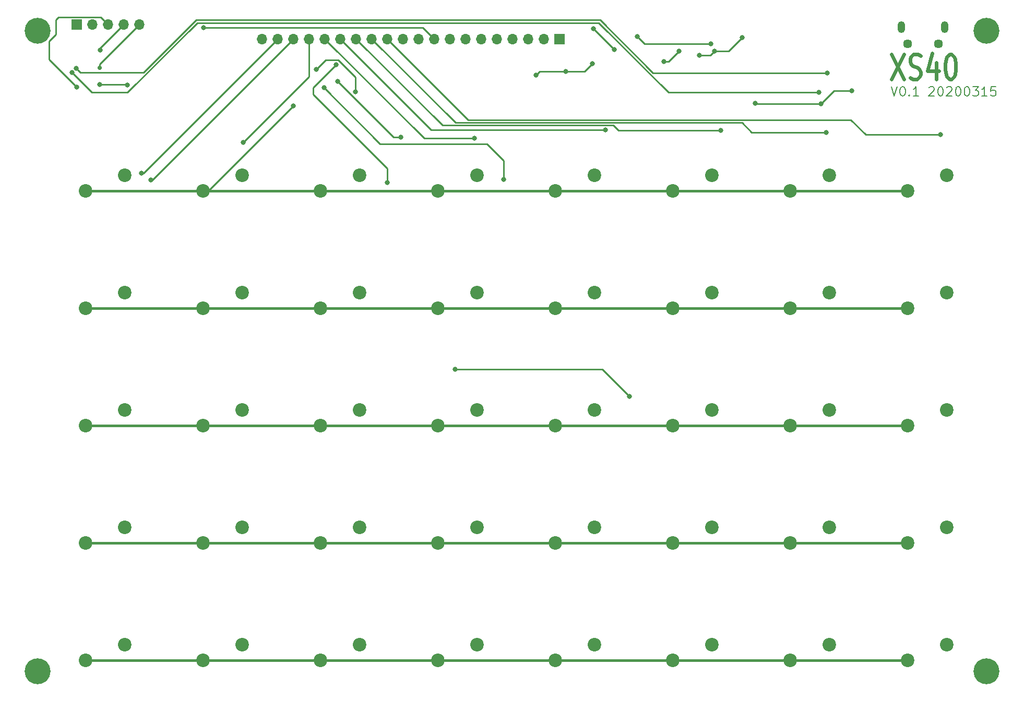
<source format=gbr>
G04 #@! TF.GenerationSoftware,KiCad,Pcbnew,(5.1.5)-3*
G04 #@! TF.CreationDate,2020-03-15T15:33:01+08:00*
G04 #@! TF.ProjectId,XS40,58533430-2e6b-4696-9361-645f70636258,rev?*
G04 #@! TF.SameCoordinates,Original*
G04 #@! TF.FileFunction,Copper,L1,Top*
G04 #@! TF.FilePolarity,Positive*
%FSLAX46Y46*%
G04 Gerber Fmt 4.6, Leading zero omitted, Abs format (unit mm)*
G04 Created by KiCad (PCBNEW (5.1.5)-3) date 2020-03-15 15:33:01*
%MOMM*%
%LPD*%
G04 APERTURE LIST*
%ADD10C,0.200000*%
%ADD11C,0.600000*%
%ADD12O,1.200000X1.900000*%
%ADD13C,1.450000*%
%ADD14O,1.700000X1.700000*%
%ADD15R,1.700000X1.700000*%
%ADD16C,2.200000*%
%ADD17C,4.200000*%
%ADD18C,0.800000*%
%ADD19C,0.700000*%
%ADD20C,0.250000*%
%ADD21C,0.400000*%
G04 APERTURE END LIST*
D10*
X169518131Y-52096931D02*
X170018131Y-53596931D01*
X170518131Y-52096931D01*
X171303845Y-52096931D02*
X171446702Y-52096931D01*
X171589560Y-52168360D01*
X171660988Y-52239788D01*
X171732417Y-52382645D01*
X171803845Y-52668360D01*
X171803845Y-53025502D01*
X171732417Y-53311217D01*
X171660988Y-53454074D01*
X171589560Y-53525502D01*
X171446702Y-53596931D01*
X171303845Y-53596931D01*
X171160988Y-53525502D01*
X171089560Y-53454074D01*
X171018131Y-53311217D01*
X170946702Y-53025502D01*
X170946702Y-52668360D01*
X171018131Y-52382645D01*
X171089560Y-52239788D01*
X171160988Y-52168360D01*
X171303845Y-52096931D01*
X172446702Y-53454074D02*
X172518131Y-53525502D01*
X172446702Y-53596931D01*
X172375274Y-53525502D01*
X172446702Y-53454074D01*
X172446702Y-53596931D01*
X173946702Y-53596931D02*
X173089560Y-53596931D01*
X173518131Y-53596931D02*
X173518131Y-52096931D01*
X173375274Y-52311217D01*
X173232417Y-52454074D01*
X173089560Y-52525502D01*
X175660988Y-52239788D02*
X175732417Y-52168360D01*
X175875274Y-52096931D01*
X176232417Y-52096931D01*
X176375274Y-52168360D01*
X176446702Y-52239788D01*
X176518131Y-52382645D01*
X176518131Y-52525502D01*
X176446702Y-52739788D01*
X175589560Y-53596931D01*
X176518131Y-53596931D01*
X177446702Y-52096931D02*
X177589560Y-52096931D01*
X177732417Y-52168360D01*
X177803845Y-52239788D01*
X177875274Y-52382645D01*
X177946702Y-52668360D01*
X177946702Y-53025502D01*
X177875274Y-53311217D01*
X177803845Y-53454074D01*
X177732417Y-53525502D01*
X177589560Y-53596931D01*
X177446702Y-53596931D01*
X177303845Y-53525502D01*
X177232417Y-53454074D01*
X177160988Y-53311217D01*
X177089560Y-53025502D01*
X177089560Y-52668360D01*
X177160988Y-52382645D01*
X177232417Y-52239788D01*
X177303845Y-52168360D01*
X177446702Y-52096931D01*
X178518131Y-52239788D02*
X178589560Y-52168360D01*
X178732417Y-52096931D01*
X179089560Y-52096931D01*
X179232417Y-52168360D01*
X179303845Y-52239788D01*
X179375274Y-52382645D01*
X179375274Y-52525502D01*
X179303845Y-52739788D01*
X178446702Y-53596931D01*
X179375274Y-53596931D01*
X180303845Y-52096931D02*
X180446702Y-52096931D01*
X180589560Y-52168360D01*
X180660988Y-52239788D01*
X180732417Y-52382645D01*
X180803845Y-52668360D01*
X180803845Y-53025502D01*
X180732417Y-53311217D01*
X180660988Y-53454074D01*
X180589560Y-53525502D01*
X180446702Y-53596931D01*
X180303845Y-53596931D01*
X180160988Y-53525502D01*
X180089560Y-53454074D01*
X180018131Y-53311217D01*
X179946702Y-53025502D01*
X179946702Y-52668360D01*
X180018131Y-52382645D01*
X180089560Y-52239788D01*
X180160988Y-52168360D01*
X180303845Y-52096931D01*
X181732417Y-52096931D02*
X181875274Y-52096931D01*
X182018131Y-52168360D01*
X182089560Y-52239788D01*
X182160988Y-52382645D01*
X182232417Y-52668360D01*
X182232417Y-53025502D01*
X182160988Y-53311217D01*
X182089560Y-53454074D01*
X182018131Y-53525502D01*
X181875274Y-53596931D01*
X181732417Y-53596931D01*
X181589560Y-53525502D01*
X181518131Y-53454074D01*
X181446702Y-53311217D01*
X181375274Y-53025502D01*
X181375274Y-52668360D01*
X181446702Y-52382645D01*
X181518131Y-52239788D01*
X181589560Y-52168360D01*
X181732417Y-52096931D01*
X182732417Y-52096931D02*
X183660988Y-52096931D01*
X183160988Y-52668360D01*
X183375274Y-52668360D01*
X183518131Y-52739788D01*
X183589560Y-52811217D01*
X183660988Y-52954074D01*
X183660988Y-53311217D01*
X183589560Y-53454074D01*
X183518131Y-53525502D01*
X183375274Y-53596931D01*
X182946702Y-53596931D01*
X182803845Y-53525502D01*
X182732417Y-53454074D01*
X185089560Y-53596931D02*
X184232417Y-53596931D01*
X184660988Y-53596931D02*
X184660988Y-52096931D01*
X184518131Y-52311217D01*
X184375274Y-52454074D01*
X184232417Y-52525502D01*
X186446702Y-52096931D02*
X185732417Y-52096931D01*
X185660988Y-52811217D01*
X185732417Y-52739788D01*
X185875274Y-52668360D01*
X186232417Y-52668360D01*
X186375274Y-52739788D01*
X186446702Y-52811217D01*
X186518131Y-52954074D01*
X186518131Y-53311217D01*
X186446702Y-53454074D01*
X186375274Y-53525502D01*
X186232417Y-53596931D01*
X185875274Y-53596931D01*
X185732417Y-53525502D01*
X185660988Y-53454074D01*
D11*
X169567885Y-46856923D02*
X171567885Y-50856923D01*
X171567885Y-46856923D02*
X169567885Y-50856923D01*
X172567885Y-50666447D02*
X172996457Y-50856923D01*
X173710742Y-50856923D01*
X173996457Y-50666447D01*
X174139314Y-50475971D01*
X174282171Y-50095019D01*
X174282171Y-49714066D01*
X174139314Y-49333114D01*
X173996457Y-49142638D01*
X173710742Y-48952161D01*
X173139314Y-48761685D01*
X172853600Y-48571209D01*
X172710742Y-48380733D01*
X172567885Y-47999780D01*
X172567885Y-47618828D01*
X172710742Y-47237876D01*
X172853600Y-47047400D01*
X173139314Y-46856923D01*
X173853600Y-46856923D01*
X174282171Y-47047400D01*
X176853600Y-48190257D02*
X176853600Y-50856923D01*
X176139314Y-46666447D02*
X175425028Y-49523590D01*
X177282171Y-49523590D01*
X178996457Y-46856923D02*
X179282171Y-46856923D01*
X179567885Y-47047400D01*
X179710742Y-47237876D01*
X179853600Y-47618828D01*
X179996457Y-48380733D01*
X179996457Y-49333114D01*
X179853600Y-50095019D01*
X179710742Y-50475971D01*
X179567885Y-50666447D01*
X179282171Y-50856923D01*
X178996457Y-50856923D01*
X178710742Y-50666447D01*
X178567885Y-50475971D01*
X178425028Y-50095019D01*
X178282171Y-49333114D01*
X178282171Y-48380733D01*
X178425028Y-47618828D01*
X178567885Y-47237876D01*
X178710742Y-47047400D01*
X178996457Y-46856923D01*
D12*
X178150400Y-42399700D03*
X171150400Y-42399700D03*
D13*
X177150400Y-45099700D03*
X172150400Y-45099700D03*
D14*
X47523400Y-42021760D03*
X44983400Y-42021760D03*
X42443400Y-42021760D03*
X39903400Y-42021760D03*
D15*
X37363400Y-42021760D03*
D14*
X67462400Y-44353480D03*
X70002400Y-44353480D03*
X72542400Y-44353480D03*
X75082400Y-44353480D03*
X77622400Y-44353480D03*
X80162400Y-44353480D03*
X82702400Y-44353480D03*
X85242400Y-44353480D03*
X87782400Y-44353480D03*
X90322400Y-44353480D03*
X92862400Y-44353480D03*
X95402400Y-44353480D03*
X97942400Y-44353480D03*
X100482400Y-44353480D03*
X103022400Y-44353480D03*
X105562400Y-44353480D03*
X108102400Y-44353480D03*
X110642400Y-44353480D03*
X113182400Y-44353480D03*
D15*
X115722400Y-44353480D03*
D16*
X45186600Y-66497200D03*
X38836600Y-69037200D03*
X57886600Y-69037200D03*
X64236600Y-66497200D03*
X83286600Y-66497200D03*
X76936600Y-69037200D03*
X102336600Y-66497200D03*
X95986600Y-69037200D03*
X121386600Y-66497200D03*
X115036600Y-69037200D03*
X134086600Y-69037200D03*
X140436600Y-66497200D03*
X153136600Y-69037200D03*
X159486600Y-66497200D03*
X172186600Y-69037200D03*
X178536600Y-66497200D03*
X38836600Y-88087200D03*
X45186600Y-85547200D03*
X64236600Y-85547200D03*
X57886600Y-88087200D03*
X83286600Y-85547200D03*
X76936600Y-88087200D03*
X102336600Y-85547200D03*
X95986600Y-88087200D03*
X121386600Y-85547200D03*
X115036600Y-88087200D03*
X134086600Y-88087200D03*
X140436600Y-85547200D03*
X153136600Y-88087200D03*
X159486600Y-85547200D03*
X172186600Y-88087200D03*
X178536600Y-85547200D03*
X45186600Y-104597200D03*
X38836600Y-107137200D03*
X57886600Y-107137200D03*
X64236600Y-104597200D03*
X83286600Y-104597200D03*
X76936600Y-107137200D03*
X102336600Y-104597200D03*
X95986600Y-107137200D03*
X121386600Y-104597200D03*
X115036600Y-107137200D03*
X134086600Y-107137200D03*
X140436600Y-104597200D03*
X153136600Y-107137200D03*
X159486600Y-104597200D03*
X172186600Y-107137200D03*
X178536600Y-104597200D03*
X38836600Y-126187200D03*
X45186600Y-123647200D03*
X64236600Y-123647200D03*
X57886600Y-126187200D03*
X83286600Y-123647200D03*
X76936600Y-126187200D03*
X102336600Y-123647200D03*
X95986600Y-126187200D03*
X121386600Y-123647200D03*
X115036600Y-126187200D03*
X134086600Y-126187200D03*
X140436600Y-123647200D03*
X153136600Y-126187200D03*
X159486600Y-123647200D03*
X172186600Y-126187200D03*
X178536600Y-123647200D03*
X45186600Y-142697200D03*
X38836600Y-145237200D03*
X57886600Y-145237200D03*
X64236600Y-142697200D03*
X83286600Y-142697200D03*
X76936600Y-145237200D03*
X102336600Y-142697200D03*
X95986600Y-145237200D03*
X121386600Y-142697200D03*
X115036600Y-145237200D03*
X134086600Y-145237200D03*
X140436600Y-142697200D03*
X153136600Y-145237200D03*
X159486600Y-142697200D03*
X172186600Y-145237200D03*
X178536600Y-142697200D03*
D17*
X31000000Y-43000000D03*
X185000000Y-147000000D03*
X31000000Y-147000000D03*
X185000000Y-43000000D03*
D18*
X158109920Y-54833520D03*
X163113720Y-52740560D03*
X163113720Y-52740560D03*
X147497800Y-54747160D03*
X116728240Y-49626520D03*
X121061480Y-48351440D03*
X111881920Y-50220880D03*
X132643880Y-48011080D03*
X135128000Y-46324520D03*
X138363960Y-46959520D03*
X140827760Y-46304200D03*
X145323560Y-44079160D03*
X47856600Y-66164000D03*
X49448720Y-67243960D03*
X64417761Y-61129359D03*
X101875141Y-60486739D03*
X123136660Y-59103260D03*
X141828520Y-59202320D03*
X41184800Y-46177200D03*
X158976060Y-59499500D03*
X177483321Y-59894919D03*
D19*
X41076880Y-49062640D03*
D18*
X72547480Y-55239920D03*
X87741760Y-67624960D03*
X79491413Y-48493253D03*
X37363400Y-52141120D03*
X57993280Y-42473880D03*
X77510640Y-52283360D03*
X106613960Y-67122040D03*
X79730600Y-51231800D03*
X89976960Y-60325000D03*
X98795840Y-97993200D03*
X127025400Y-102372160D03*
X41081960Y-51755040D03*
X45623480Y-51780440D03*
X76220320Y-49296320D03*
X82595720Y-52928520D03*
X128320800Y-43931840D03*
X140268960Y-45130720D03*
X121249440Y-42707560D03*
X124571760Y-46080680D03*
X36588797Y-49791396D03*
X157749240Y-53025040D03*
X37314400Y-49103280D03*
X159136080Y-49830160D03*
D20*
X160202880Y-52740560D02*
X158109920Y-54833520D01*
X163113720Y-52740560D02*
X160202880Y-52740560D01*
X158109920Y-54833520D02*
X147584160Y-54833520D01*
X147584160Y-54833520D02*
X147497800Y-54747160D01*
X116728240Y-49626520D02*
X119786400Y-49626520D01*
X119786400Y-49626520D02*
X121061480Y-48351440D01*
X116728240Y-49626520D02*
X112476280Y-49626520D01*
X112476280Y-49626520D02*
X111881920Y-50220880D01*
X132643880Y-48011080D02*
X133441440Y-48011080D01*
X133441440Y-48011080D02*
X135128000Y-46324520D01*
X138363960Y-46959520D02*
X140172440Y-46959520D01*
X140172440Y-46959520D02*
X140827760Y-46304200D01*
X140827760Y-46304200D02*
X143098520Y-46304200D01*
X143098520Y-46304200D02*
X145323560Y-44079160D01*
X48191880Y-66164000D02*
X47856600Y-66164000D01*
X70002400Y-44353480D02*
X48191880Y-66164000D01*
X72542400Y-44353480D02*
X49651920Y-67243960D01*
X49651920Y-67243960D02*
X49448720Y-67243960D01*
X75082400Y-50464720D02*
X64417761Y-61129359D01*
X75082400Y-44353480D02*
X75082400Y-50464720D01*
X77622400Y-44353480D02*
X93755659Y-60486739D01*
X93755659Y-60486739D02*
X101875141Y-60486739D01*
X94912180Y-59103260D02*
X123136660Y-59103260D01*
X80162400Y-44353480D02*
X94912180Y-59103260D01*
X96727179Y-58378259D02*
X124433499Y-58378259D01*
X82702400Y-44353480D02*
X96727179Y-58378259D01*
X124433499Y-58378259D02*
X125257560Y-59202320D01*
X125257560Y-59202320D02*
X141828520Y-59202320D01*
X44983400Y-42021760D02*
X41184800Y-45820360D01*
X41184800Y-45820360D02*
X41184800Y-46177200D01*
X98817169Y-57928249D02*
X145314409Y-57928249D01*
X85242400Y-44353480D02*
X98817169Y-57928249D01*
X146885660Y-59499500D02*
X158976060Y-59499500D01*
X145314409Y-57928249D02*
X146885660Y-59499500D01*
X100907160Y-57478240D02*
X162949200Y-57478240D01*
X87782400Y-44353480D02*
X100907160Y-57478240D01*
X162949200Y-57478240D02*
X165365879Y-59894919D01*
X165365879Y-59894919D02*
X177483321Y-59894919D01*
X47523400Y-42267040D02*
X47523400Y-42021760D01*
X41076880Y-48468280D02*
X41076880Y-49062640D01*
X47523400Y-42021760D02*
X41076880Y-48468280D01*
D21*
X38836600Y-69037200D02*
X172186600Y-69037200D01*
D20*
X58750200Y-69037200D02*
X57886600Y-69037200D01*
X72547480Y-55239920D02*
X58750200Y-69037200D01*
D21*
X38836600Y-88087200D02*
X172186600Y-88087200D01*
D20*
X87741760Y-65403358D02*
X75707240Y-53368838D01*
X87741760Y-67624960D02*
X87741760Y-65403358D01*
X75707240Y-53368838D02*
X75707240Y-52277426D01*
X75707240Y-52277426D02*
X79491413Y-48493253D01*
D21*
X38836600Y-107137200D02*
X172186600Y-107137200D01*
D20*
X37363400Y-52141120D02*
X32867600Y-47645320D01*
X32867600Y-44721402D02*
X33985200Y-43603802D01*
X32867600Y-47645320D02*
X32867600Y-44721402D01*
X41268399Y-40846759D02*
X41593401Y-41171761D01*
X41593401Y-41171761D02*
X42443400Y-42021760D01*
X33985200Y-41269920D02*
X34408361Y-40846759D01*
X34408361Y-40846759D02*
X41268399Y-40846759D01*
X33985200Y-43603802D02*
X33985200Y-41269920D01*
X95402400Y-44353480D02*
X93522800Y-42473880D01*
X93522800Y-42473880D02*
X57993280Y-42473880D01*
D21*
X38836600Y-126187200D02*
X172186600Y-126187200D01*
D20*
X77510640Y-52283360D02*
X86598760Y-61371480D01*
X86598760Y-61371480D02*
X103921560Y-61371480D01*
X103921560Y-61371480D02*
X106613960Y-64063880D01*
X106613960Y-64063880D02*
X106613960Y-67122040D01*
D21*
X63916602Y-145237200D02*
X172186600Y-145237200D01*
X38836600Y-145237200D02*
X63916602Y-145237200D01*
D20*
X79730600Y-51231800D02*
X88823800Y-60325000D01*
X88823800Y-60325000D02*
X89976960Y-60325000D01*
X98795840Y-97993200D02*
X122646440Y-97993200D01*
X122646440Y-97993200D02*
X127025400Y-102372160D01*
X41081960Y-51755040D02*
X45598080Y-51755040D01*
X45598080Y-51755040D02*
X45623480Y-51780440D01*
X79839414Y-47768252D02*
X82595720Y-50524558D01*
X82595720Y-50524558D02*
X82595720Y-52928520D01*
X76220320Y-49296320D02*
X77748388Y-47768252D01*
X77748388Y-47768252D02*
X79839414Y-47768252D01*
X128320800Y-43931840D02*
X129519680Y-45130720D01*
X129519680Y-45130720D02*
X140268960Y-45130720D01*
X121249440Y-42707560D02*
X124571760Y-46029880D01*
X124571760Y-46029880D02*
X124571760Y-46080680D01*
X36588797Y-49791396D02*
X39822441Y-53025040D01*
X39822441Y-53025040D02*
X45640130Y-53025040D01*
X45640130Y-53025040D02*
X56955400Y-41709770D01*
X56955400Y-41709770D02*
X122099360Y-41709770D01*
X133414630Y-53025040D02*
X157749240Y-53025040D01*
X122099360Y-41709770D02*
X133414630Y-53025040D01*
X37314400Y-49103280D02*
X37974800Y-49763680D01*
X159069600Y-49763680D02*
X159136080Y-49830160D01*
X37974800Y-49763680D02*
X48265080Y-49763680D01*
X48265080Y-49763680D02*
X56769000Y-41259760D01*
X56769000Y-41259760D02*
X122285760Y-41259760D01*
X130856160Y-49830160D02*
X159136080Y-49830160D01*
X122285760Y-41259760D02*
X130856160Y-49830160D01*
M02*

</source>
